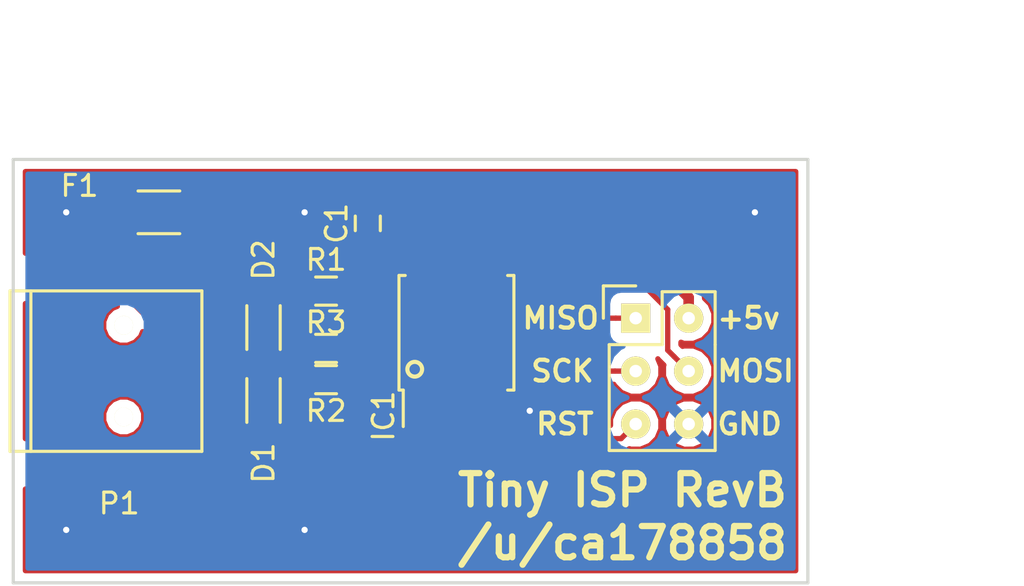
<source format=kicad_pcb>
(kicad_pcb (version 4) (host pcbnew 4.0.5)

  (general
    (links 32)
    (no_connects 17)
    (area 71.071191 33.495 124.055 61.035001)
    (thickness 1.6)
    (drawings 15)
    (tracks 74)
    (zones 0)
    (modules 16)
    (nets 13)
  )

  (page A4)
  (layers
    (0 F.Cu signal)
    (31 B.Cu signal)
    (32 B.Adhes user hide)
    (33 F.Adhes user hide)
    (34 B.Paste user hide)
    (35 F.Paste user hide)
    (36 B.SilkS user)
    (37 F.SilkS user)
    (38 B.Mask user hide)
    (39 F.Mask user hide)
    (40 Dwgs.User user)
    (41 Cmts.User user)
    (42 Eco1.User user)
    (43 Eco2.User user)
    (44 Edge.Cuts user)
    (45 Margin user hide)
    (46 B.CrtYd user hide)
    (47 F.CrtYd user)
    (48 B.Fab user hide)
    (49 F.Fab user hide)
  )

  (setup
    (last_trace_width 0.254)
    (user_trace_width 0.254)
    (user_trace_width 0.381)
    (user_trace_width 0.508)
    (user_trace_width 1.778)
    (trace_clearance 0.1778)
    (zone_clearance 0.381)
    (zone_45_only no)
    (trace_min 0.1778)
    (segment_width 0.2)
    (edge_width 0.15)
    (via_size 0.6858)
    (via_drill 0.3302)
    (via_min_size 0.6858)
    (via_min_drill 0.3302)
    (uvia_size 0.3)
    (uvia_drill 0.1)
    (uvias_allowed no)
    (uvia_min_size 0.2)
    (uvia_min_drill 0.1)
    (pcb_text_width 0.3)
    (pcb_text_size 1.5 1.5)
    (mod_edge_width 0.15)
    (mod_text_size 1 1)
    (mod_text_width 0.15)
    (pad_size 1.4 1.4)
    (pad_drill 0.6)
    (pad_to_mask_clearance 0.1016)
    (aux_axis_origin 71.755 60.96)
    (grid_origin 71.755 60.96)
    (visible_elements FFFFFF7F)
    (pcbplotparams
      (layerselection 0x010f0_80000001)
      (usegerberextensions true)
      (excludeedgelayer true)
      (linewidth 0.100000)
      (plotframeref false)
      (viasonmask false)
      (mode 1)
      (useauxorigin false)
      (hpglpennumber 1)
      (hpglpenspeed 20)
      (hpglpendiameter 15)
      (hpglpenoverlay 2)
      (psnegative false)
      (psa4output false)
      (plotreference true)
      (plotvalue true)
      (plotinvisibletext false)
      (padsonsilk false)
      (subtractmaskfromsilk true)
      (outputformat 1)
      (mirror false)
      (drillshape 0)
      (scaleselection 1)
      (outputdirectory isp-gerbers/))
  )

  (net 0 "")
  (net 1 +5V)
  (net 2 GND)
  (net 3 D+)
  (net 4 D-)
  (net 5 "Net-(F1-Pad2)")
  (net 6 RST)
  (net 7 "Net-(IC1-Pad2)")
  (net 8 "Net-(IC1-Pad3)")
  (net 9 MOSI)
  (net 10 MISO)
  (net 11 SCK)
  (net 12 "Net-(P1-Pad4)")

  (net_class Default "This is the default net class."
    (clearance 0.1778)
    (trace_width 0.1778)
    (via_dia 0.6858)
    (via_drill 0.3302)
    (uvia_dia 0.3)
    (uvia_drill 0.1)
    (add_net +5V)
    (add_net D+)
    (add_net D-)
    (add_net GND)
    (add_net MISO)
    (add_net MOSI)
    (add_net "Net-(F1-Pad2)")
    (add_net "Net-(IC1-Pad2)")
    (add_net "Net-(IC1-Pad3)")
    (add_net "Net-(P1-Pad4)")
    (add_net RST)
    (add_net SCK)
  )

  (module Keyboard:GNDVia-wRing (layer F.Cu) (tedit 585AE108) (tstamp 586D9C9C)
    (at 96.52 52.705)
    (fp_text reference REF** (at -0.8 1.1) (layer F.SilkS) hide
      (effects (font (size 1 1) (thickness 0.15)))
    )
    (fp_text value "GND Via" (at 0 -1) (layer F.Fab) hide
      (effects (font (size 1 1) (thickness 0.15)))
    )
    (pad GND thru_hole circle (at 0 0) (size 0.6 0.6) (drill 0.3) (layers *.Cu)
      (net 2 GND) (zone_connect 2))
  )

  (module Keyboard:GNDVia-wRing (layer F.Cu) (tedit 585AE108) (tstamp 586D9C7C)
    (at 85.725 43.18)
    (fp_text reference REF** (at -0.8 1.1) (layer F.SilkS) hide
      (effects (font (size 1 1) (thickness 0.15)))
    )
    (fp_text value "GND Via" (at 0 -1) (layer F.Fab) hide
      (effects (font (size 1 1) (thickness 0.15)))
    )
    (pad GND thru_hole circle (at 0 0) (size 0.6 0.6) (drill 0.3) (layers *.Cu)
      (net 2 GND) (zone_connect 2))
  )

  (module Keyboard:GNDVia-wRing (layer F.Cu) (tedit 585AE108) (tstamp 585ADEE5)
    (at 85.725 58.42)
    (fp_text reference REF** (at -0.8 1.1) (layer F.SilkS) hide
      (effects (font (size 1 1) (thickness 0.15)))
    )
    (fp_text value "GND Via" (at 0 -1) (layer F.Fab) hide
      (effects (font (size 1 1) (thickness 0.15)))
    )
    (pad GND thru_hole circle (at 0 0) (size 0.6 0.6) (drill 0.3) (layers *.Cu)
      (net 2 GND) (zone_connect 2))
  )

  (module Keyboard:GNDVia-wRing (layer F.Cu) (tedit 585AE11F) (tstamp 585ADEE1)
    (at 107.315 43.18)
    (fp_text reference REF** (at -0.8 1.1) (layer F.SilkS) hide
      (effects (font (size 1 1) (thickness 0.15)))
    )
    (fp_text value "GND Via" (at 0 -1) (layer F.Fab) hide
      (effects (font (size 1 1) (thickness 0.15)))
    )
    (pad GND thru_hole circle (at 0 0) (size 0.6 0.6) (drill 0.3) (layers *.Cu)
      (net 2 GND) (zone_connect 2))
  )

  (module Capacitors_SMD:C_1206_HandSoldering (layer F.Cu) (tedit 585AE33F) (tstamp 585AD768)
    (at 78.74 43.18 180)
    (descr "Capacitor SMD 1206, hand soldering")
    (tags "capacitor 1206")
    (path /5859EB81)
    (attr smd)
    (fp_text reference F1 (at 3.81 1.27 180) (layer F.SilkS)
      (effects (font (size 1 1) (thickness 0.15)))
    )
    (fp_text value F_Small (at 0 2.3 180) (layer F.Fab) hide
      (effects (font (size 1 1) (thickness 0.15)))
    )
    (fp_line (start -3.3 -1.15) (end 3.3 -1.15) (layer F.CrtYd) (width 0.05))
    (fp_line (start -3.3 1.15) (end 3.3 1.15) (layer F.CrtYd) (width 0.05))
    (fp_line (start -3.3 -1.15) (end -3.3 1.15) (layer F.CrtYd) (width 0.05))
    (fp_line (start 3.3 -1.15) (end 3.3 1.15) (layer F.CrtYd) (width 0.05))
    (fp_line (start 1 -1.025) (end -1 -1.025) (layer F.SilkS) (width 0.15))
    (fp_line (start -1 1.025) (end 1 1.025) (layer F.SilkS) (width 0.15))
    (pad 1 smd rect (at -2 0 180) (size 2 1.6) (layers F.Cu F.Paste F.Mask)
      (net 1 +5V))
    (pad 2 smd rect (at 2 0 180) (size 2 1.6) (layers F.Cu F.Paste F.Mask)
      (net 5 "Net-(F1-Pad2)"))
    (model Capacitors_SMD.3dshapes/C_1206_HandSoldering.wrl
      (at (xyz 0 0 0))
      (scale (xyz 1 1 1))
      (rotate (xyz 0 0 0))
    )
  )

  (module Connect:USB_Mini-B (layer F.Cu) (tedit 585AE32C) (tstamp 585AD783)
    (at 76.2 50.8)
    (descr "USB Mini-B 5-pin SMD connector")
    (tags "USB USB_B USB_Mini connector")
    (path /5859E8A3)
    (attr smd)
    (fp_text reference P1 (at 0.635 6.35) (layer F.SilkS)
      (effects (font (size 1 1) (thickness 0.15)))
    )
    (fp_text value USB_OTG (at 0 -7.0993) (layer F.Fab) hide
      (effects (font (size 1 1) (thickness 0.15)))
    )
    (fp_line (start -4.85 -5.7) (end 4.85 -5.7) (layer F.CrtYd) (width 0.05))
    (fp_line (start 4.85 -5.7) (end 4.85 5.7) (layer F.CrtYd) (width 0.05))
    (fp_line (start 4.85 5.7) (end -4.85 5.7) (layer F.CrtYd) (width 0.05))
    (fp_line (start -4.85 5.7) (end -4.85 -5.7) (layer F.CrtYd) (width 0.05))
    (fp_line (start -3.59918 -3.85064) (end -3.59918 3.85064) (layer F.SilkS) (width 0.15))
    (fp_line (start -4.59994 -3.85064) (end -4.59994 3.85064) (layer F.SilkS) (width 0.15))
    (fp_line (start -4.59994 3.85064) (end 4.59994 3.85064) (layer F.SilkS) (width 0.15))
    (fp_line (start 4.59994 3.85064) (end 4.59994 -3.85064) (layer F.SilkS) (width 0.15))
    (fp_line (start 4.59994 -3.85064) (end -4.59994 -3.85064) (layer F.SilkS) (width 0.15))
    (pad 1 smd rect (at 3.44932 -1.6002) (size 2.30124 0.50038) (layers F.Cu F.Paste F.Mask)
      (net 5 "Net-(F1-Pad2)"))
    (pad 2 smd rect (at 3.44932 -0.8001) (size 2.30124 0.50038) (layers F.Cu F.Paste F.Mask)
      (net 4 D-))
    (pad 3 smd rect (at 3.44932 0) (size 2.30124 0.50038) (layers F.Cu F.Paste F.Mask)
      (net 3 D+))
    (pad 4 smd rect (at 3.44932 0.8001) (size 2.30124 0.50038) (layers F.Cu F.Paste F.Mask)
      (net 12 "Net-(P1-Pad4)"))
    (pad 5 smd rect (at 3.44932 1.6002) (size 2.30124 0.50038) (layers F.Cu F.Paste F.Mask)
      (net 2 GND))
    (pad 6 smd rect (at 3.35026 -4.45008) (size 2.49936 1.99898) (layers F.Cu F.Paste F.Mask)
      (net 2 GND))
    (pad 6 smd rect (at -2.14884 -4.45008) (size 2.49936 1.99898) (layers F.Cu F.Paste F.Mask)
      (net 2 GND))
    (pad 6 smd rect (at 3.35026 4.45008) (size 2.49936 1.99898) (layers F.Cu F.Paste F.Mask)
      (net 2 GND))
    (pad 6 smd rect (at -2.14884 4.45008) (size 2.49936 1.99898) (layers F.Cu F.Paste F.Mask)
      (net 2 GND))
    (pad "" np_thru_hole circle (at 0.8509 -2.19964) (size 0.89916 0.89916) (drill 0.89916) (layers *.Cu *.Mask F.SilkS))
    (pad "" np_thru_hole circle (at 0.8509 2.19964) (size 0.89916 0.89916) (drill 0.89916) (layers *.Cu *.Mask F.SilkS))
  )

  (module Keyboard:GNDVia-wRing (layer F.Cu) (tedit 585AE0FB) (tstamp 585ADED8)
    (at 74.295 43.18)
    (fp_text reference REF** (at -0.8 1.1) (layer F.SilkS) hide
      (effects (font (size 1 1) (thickness 0.15)))
    )
    (fp_text value "GND Via" (at 0 -1) (layer F.Fab) hide
      (effects (font (size 1 1) (thickness 0.15)))
    )
    (pad GND thru_hole circle (at 0 0) (size 0.6 0.6) (drill 0.3) (layers *.Cu)
      (net 2 GND) (zone_connect 2))
  )

  (module Keyboard:GNDVia-wRing (layer F.Cu) (tedit 585AE101) (tstamp 585ADED9)
    (at 74.295 58.42)
    (fp_text reference REF** (at -0.8 1.1) (layer F.SilkS) hide
      (effects (font (size 1 1) (thickness 0.15)))
    )
    (fp_text value "GND Via" (at 0 -1) (layer F.Fab) hide
      (effects (font (size 1 1) (thickness 0.15)))
    )
    (pad GND thru_hole circle (at 0 0) (size 0.6 0.6) (drill 0.3) (layers *.Cu)
      (net 2 GND) (zone_connect 2))
  )

  (module Pin_Headers:Pin_Header_Straight_2x03 (layer F.Cu) (tedit 585AF9C8) (tstamp 585AD78D)
    (at 101.6 48.26)
    (descr "Through hole pin header")
    (tags "pin header")
    (path /5859F792)
    (fp_text reference P2 (at 0 -5.1) (layer F.SilkS) hide
      (effects (font (size 1 1) (thickness 0.15)))
    )
    (fp_text value CONN_02X03 (at 0 -3.1) (layer F.Fab) hide
      (effects (font (size 1 1) (thickness 0.15)))
    )
    (fp_line (start -1.27 1.27) (end -1.27 6.35) (layer F.SilkS) (width 0.15))
    (fp_line (start -1.55 -1.55) (end 0 -1.55) (layer F.SilkS) (width 0.15))
    (fp_line (start -1.75 -1.75) (end -1.75 6.85) (layer F.CrtYd) (width 0.05))
    (fp_line (start 4.3 -1.75) (end 4.3 6.85) (layer F.CrtYd) (width 0.05))
    (fp_line (start -1.75 -1.75) (end 4.3 -1.75) (layer F.CrtYd) (width 0.05))
    (fp_line (start -1.75 6.85) (end 4.3 6.85) (layer F.CrtYd) (width 0.05))
    (fp_line (start 1.27 -1.27) (end 1.27 1.27) (layer F.SilkS) (width 0.15))
    (fp_line (start 1.27 1.27) (end -1.27 1.27) (layer F.SilkS) (width 0.15))
    (fp_line (start -1.27 6.35) (end 3.81 6.35) (layer F.SilkS) (width 0.15))
    (fp_line (start 3.81 6.35) (end 3.81 1.27) (layer F.SilkS) (width 0.15))
    (fp_line (start -1.55 -1.55) (end -1.55 0) (layer F.SilkS) (width 0.15))
    (fp_line (start 3.81 -1.27) (end 1.27 -1.27) (layer F.SilkS) (width 0.15))
    (fp_line (start 3.81 1.27) (end 3.81 -1.27) (layer F.SilkS) (width 0.15))
    (pad 1 thru_hole rect (at 0 0) (size 1.4 1.4) (drill 0.6) (layers *.Cu *.Mask F.SilkS)
      (net 10 MISO))
    (pad 2 thru_hole circle (at 2.54 0) (size 1.4 1.4) (drill 0.6) (layers *.Cu *.Mask F.SilkS)
      (net 1 +5V))
    (pad 3 thru_hole circle (at 0 2.54) (size 1.4 1.4) (drill 0.6) (layers *.Cu *.Mask F.SilkS)
      (net 11 SCK))
    (pad 4 thru_hole circle (at 2.54 2.54) (size 1.4 1.4) (drill 0.6) (layers *.Cu *.Mask F.SilkS)
      (net 9 MOSI))
    (pad 5 thru_hole circle (at 0 5.08) (size 1.4 1.4) (drill 0.6) (layers *.Cu *.Mask F.SilkS)
      (net 6 RST))
    (pad 6 thru_hole circle (at 2.54 5.08) (size 1.4 1.4) (drill 0.6) (layers *.Cu *.Mask F.SilkS)
      (net 2 GND))
    (model Pin_Headers.3dshapes/Pin_Header_Straight_2x03.wrl
      (at (xyz 0.05 -0.1 0))
      (scale (xyz 1 1 1))
      (rotate (xyz 0 0 90))
    )
  )

  (module Housings_SOIC:SOIJ-8_5.3x5.3mm_Pitch1.27mm (layer F.Cu) (tedit 54130A77) (tstamp 585AD774)
    (at 93.005 48.96 90)
    (descr "8-Lead Plastic Small Outline (SM) - Medium, 5.28 mm Body [SOIC] (see Microchip Packaging Specification 00000049BS.pdf)")
    (tags "SOIC 1.27")
    (path /5859E950)
    (attr smd)
    (fp_text reference IC1 (at -4 -3.5 90) (layer F.SilkS)
      (effects (font (size 1 1) (thickness 0.15)))
    )
    (fp_text value ATTINY45-S (at 0 3.68 90) (layer F.Fab)
      (effects (font (size 1 1) (thickness 0.15)))
    )
    (fp_line (start -1.65 -2.65) (end 2.65 -2.65) (layer F.Fab) (width 0.15))
    (fp_line (start 2.65 -2.65) (end 2.65 2.65) (layer F.Fab) (width 0.15))
    (fp_line (start 2.65 2.65) (end -2.65 2.65) (layer F.Fab) (width 0.15))
    (fp_line (start -2.65 2.65) (end -2.65 -1.65) (layer F.Fab) (width 0.15))
    (fp_line (start -2.65 -1.65) (end -1.65 -2.65) (layer F.Fab) (width 0.15))
    (fp_line (start -4.75 -2.95) (end -4.75 2.95) (layer F.CrtYd) (width 0.05))
    (fp_line (start 4.75 -2.95) (end 4.75 2.95) (layer F.CrtYd) (width 0.05))
    (fp_line (start -4.75 -2.95) (end 4.75 -2.95) (layer F.CrtYd) (width 0.05))
    (fp_line (start -4.75 2.95) (end 4.75 2.95) (layer F.CrtYd) (width 0.05))
    (fp_line (start -2.75 -2.755) (end -2.75 -2.55) (layer F.SilkS) (width 0.15))
    (fp_line (start 2.75 -2.755) (end 2.75 -2.455) (layer F.SilkS) (width 0.15))
    (fp_line (start 2.75 2.755) (end 2.75 2.455) (layer F.SilkS) (width 0.15))
    (fp_line (start -2.75 2.755) (end -2.75 2.455) (layer F.SilkS) (width 0.15))
    (fp_line (start -2.75 -2.755) (end 2.75 -2.755) (layer F.SilkS) (width 0.15))
    (fp_line (start -2.75 2.755) (end 2.75 2.755) (layer F.SilkS) (width 0.15))
    (fp_line (start -2.75 -2.55) (end -4.5 -2.55) (layer F.SilkS) (width 0.15))
    (pad 1 smd rect (at -3.65 -1.905 90) (size 1.7 0.65) (layers F.Cu F.Paste F.Mask)
      (net 6 RST))
    (pad 2 smd rect (at -3.65 -0.635 90) (size 1.7 0.65) (layers F.Cu F.Paste F.Mask)
      (net 7 "Net-(IC1-Pad2)"))
    (pad 3 smd rect (at -3.65 0.635 90) (size 1.7 0.65) (layers F.Cu F.Paste F.Mask)
      (net 8 "Net-(IC1-Pad3)"))
    (pad 4 smd rect (at -3.65 1.905 90) (size 1.7 0.65) (layers F.Cu F.Paste F.Mask)
      (net 2 GND))
    (pad 5 smd rect (at 3.65 1.905 90) (size 1.7 0.65) (layers F.Cu F.Paste F.Mask)
      (net 9 MOSI))
    (pad 6 smd rect (at 3.65 0.635 90) (size 1.7 0.65) (layers F.Cu F.Paste F.Mask)
      (net 10 MISO))
    (pad 7 smd rect (at 3.65 -0.635 90) (size 1.7 0.65) (layers F.Cu F.Paste F.Mask)
      (net 11 SCK))
    (pad 8 smd rect (at 3.65 -1.905 90) (size 1.7 0.65) (layers F.Cu F.Paste F.Mask)
      (net 1 +5V))
    (model Housings_SOIC.3dshapes/SOIJ-8_5.3x5.3mm_Pitch1.27mm.wrl
      (at (xyz 0 0 0))
      (scale (xyz 1 1 1))
      (rotate (xyz 0 0 0))
    )
  )

  (module Diodes_SMD:SOD-323_HandSoldering (layer F.Cu) (tedit 57A875DC) (tstamp 585AD762)
    (at 83.755 48.46 90)
    (descr SOD-323)
    (tags SOD-323)
    (path /5859EA63)
    (attr smd)
    (fp_text reference D2 (at 3 0 90) (layer F.SilkS)
      (effects (font (size 1 1) (thickness 0.15)))
    )
    (fp_text value 3.6v (at 0 -1.5 90) (layer F.Fab)
      (effects (font (size 1 1) (thickness 0.15)))
    )
    (fp_line (start 0.2 0) (end 0.45 0) (layer F.Fab) (width 0.15))
    (fp_line (start 0.2 0.35) (end -0.3 0) (layer F.Fab) (width 0.15))
    (fp_line (start 0.2 -0.35) (end 0.2 0.35) (layer F.Fab) (width 0.15))
    (fp_line (start -0.3 0) (end 0.2 -0.35) (layer F.Fab) (width 0.15))
    (fp_line (start -0.3 0) (end -0.5 0) (layer F.Fab) (width 0.15))
    (fp_line (start -0.3 -0.35) (end -0.3 0.35) (layer F.Fab) (width 0.15))
    (fp_line (start -0.85 0.65) (end -0.85 -0.65) (layer F.Fab) (width 0.15))
    (fp_line (start 0.85 0.65) (end -0.85 0.65) (layer F.Fab) (width 0.15))
    (fp_line (start 0.85 -0.65) (end 0.85 0.65) (layer F.Fab) (width 0.15))
    (fp_line (start -0.85 -0.65) (end 0.85 -0.65) (layer F.Fab) (width 0.15))
    (fp_line (start -1.9 -0.95) (end 1.9 -0.95) (layer F.CrtYd) (width 0.05))
    (fp_line (start 1.9 -0.95) (end 1.9 0.95) (layer F.CrtYd) (width 0.05))
    (fp_line (start -1.9 0.95) (end 1.9 0.95) (layer F.CrtYd) (width 0.05))
    (fp_line (start -1.9 -0.95) (end -1.9 0.95) (layer F.CrtYd) (width 0.05))
    (fp_line (start -1.3 0.8) (end 0.8 0.8) (layer F.SilkS) (width 0.15))
    (fp_line (start -1.3 -0.8) (end 0.8 -0.8) (layer F.SilkS) (width 0.15))
    (pad 1 smd rect (at -1.25 0 90) (size 1 1) (layers F.Cu F.Paste F.Mask)
      (net 4 D-))
    (pad 2 smd rect (at 1.25 0 90) (size 1 1) (layers F.Cu F.Paste F.Mask)
      (net 2 GND))
    (model Diodes_SMD.3dshapes/SOD-323.wrl
      (at (xyz 0 0 0))
      (scale (xyz 1 1 1))
      (rotate (xyz 0 0 180))
    )
  )

  (module Diodes_SMD:SOD-323_HandSoldering (layer F.Cu) (tedit 57A875DC) (tstamp 585AD75C)
    (at 83.755 52.46 270)
    (descr SOD-323)
    (tags SOD-323)
    (path /5859EA33)
    (attr smd)
    (fp_text reference D1 (at 2.75 0 270) (layer F.SilkS)
      (effects (font (size 1 1) (thickness 0.15)))
    )
    (fp_text value 3.6v (at 0.1 1.5 270) (layer F.Fab)
      (effects (font (size 1 1) (thickness 0.15)))
    )
    (fp_line (start 0.2 0) (end 0.45 0) (layer F.Fab) (width 0.15))
    (fp_line (start 0.2 0.35) (end -0.3 0) (layer F.Fab) (width 0.15))
    (fp_line (start 0.2 -0.35) (end 0.2 0.35) (layer F.Fab) (width 0.15))
    (fp_line (start -0.3 0) (end 0.2 -0.35) (layer F.Fab) (width 0.15))
    (fp_line (start -0.3 0) (end -0.5 0) (layer F.Fab) (width 0.15))
    (fp_line (start -0.3 -0.35) (end -0.3 0.35) (layer F.Fab) (width 0.15))
    (fp_line (start -0.85 0.65) (end -0.85 -0.65) (layer F.Fab) (width 0.15))
    (fp_line (start 0.85 0.65) (end -0.85 0.65) (layer F.Fab) (width 0.15))
    (fp_line (start 0.85 -0.65) (end 0.85 0.65) (layer F.Fab) (width 0.15))
    (fp_line (start -0.85 -0.65) (end 0.85 -0.65) (layer F.Fab) (width 0.15))
    (fp_line (start -1.9 -0.95) (end 1.9 -0.95) (layer F.CrtYd) (width 0.05))
    (fp_line (start 1.9 -0.95) (end 1.9 0.95) (layer F.CrtYd) (width 0.05))
    (fp_line (start -1.9 0.95) (end 1.9 0.95) (layer F.CrtYd) (width 0.05))
    (fp_line (start -1.9 -0.95) (end -1.9 0.95) (layer F.CrtYd) (width 0.05))
    (fp_line (start -1.3 0.8) (end 0.8 0.8) (layer F.SilkS) (width 0.15))
    (fp_line (start -1.3 -0.8) (end 0.8 -0.8) (layer F.SilkS) (width 0.15))
    (pad 1 smd rect (at -1.25 0 270) (size 1 1) (layers F.Cu F.Paste F.Mask)
      (net 3 D+))
    (pad 2 smd rect (at 1.25 0 270) (size 1 1) (layers F.Cu F.Paste F.Mask)
      (net 2 GND))
    (model Diodes_SMD.3dshapes/SOD-323.wrl
      (at (xyz 0 0 0))
      (scale (xyz 1 1 1))
      (rotate (xyz 0 0 180))
    )
  )

  (module Resistors_SMD:R_0603_HandSoldering (layer F.Cu) (tedit 58307AEF) (tstamp 585AD79F)
    (at 86.755 49.71 180)
    (descr "Resistor SMD 0603, hand soldering")
    (tags "resistor 0603")
    (path /5859EAF2)
    (attr smd)
    (fp_text reference R3 (at 0 1.25 180) (layer F.SilkS)
      (effects (font (size 1 1) (thickness 0.15)))
    )
    (fp_text value 68Ω (at 0 1 180) (layer F.Fab)
      (effects (font (size 1 1) (thickness 0.15)))
    )
    (fp_line (start -0.8 0.4) (end -0.8 -0.4) (layer F.Fab) (width 0.1))
    (fp_line (start 0.8 0.4) (end -0.8 0.4) (layer F.Fab) (width 0.1))
    (fp_line (start 0.8 -0.4) (end 0.8 0.4) (layer F.Fab) (width 0.1))
    (fp_line (start -0.8 -0.4) (end 0.8 -0.4) (layer F.Fab) (width 0.1))
    (fp_line (start -2 -0.8) (end 2 -0.8) (layer F.CrtYd) (width 0.05))
    (fp_line (start -2 0.8) (end 2 0.8) (layer F.CrtYd) (width 0.05))
    (fp_line (start -2 -0.8) (end -2 0.8) (layer F.CrtYd) (width 0.05))
    (fp_line (start 2 -0.8) (end 2 0.8) (layer F.CrtYd) (width 0.05))
    (fp_line (start 0.5 0.675) (end -0.5 0.675) (layer F.SilkS) (width 0.15))
    (fp_line (start -0.5 -0.675) (end 0.5 -0.675) (layer F.SilkS) (width 0.15))
    (pad 1 smd rect (at -1.1 0 180) (size 1.2 0.9) (layers F.Cu F.Paste F.Mask)
      (net 8 "Net-(IC1-Pad3)"))
    (pad 2 smd rect (at 1.1 0 180) (size 1.2 0.9) (layers F.Cu F.Paste F.Mask)
      (net 4 D-))
    (model Resistors_SMD.3dshapes/R_0603_HandSoldering.wrl
      (at (xyz 0 0 0))
      (scale (xyz 1 1 1))
      (rotate (xyz 0 0 0))
    )
  )

  (module Resistors_SMD:R_0603_HandSoldering (layer F.Cu) (tedit 58307AEF) (tstamp 585AD799)
    (at 86.755 51.21 180)
    (descr "Resistor SMD 0603, hand soldering")
    (tags "resistor 0603")
    (path /5859EAB6)
    (attr smd)
    (fp_text reference R2 (at 0 -1.5 180) (layer F.SilkS)
      (effects (font (size 1 1) (thickness 0.15)))
    )
    (fp_text value 68Ω (at 0 -1.25 180) (layer F.Fab)
      (effects (font (size 1 1) (thickness 0.15)))
    )
    (fp_line (start -0.8 0.4) (end -0.8 -0.4) (layer F.Fab) (width 0.1))
    (fp_line (start 0.8 0.4) (end -0.8 0.4) (layer F.Fab) (width 0.1))
    (fp_line (start 0.8 -0.4) (end 0.8 0.4) (layer F.Fab) (width 0.1))
    (fp_line (start -0.8 -0.4) (end 0.8 -0.4) (layer F.Fab) (width 0.1))
    (fp_line (start -2 -0.8) (end 2 -0.8) (layer F.CrtYd) (width 0.05))
    (fp_line (start -2 0.8) (end 2 0.8) (layer F.CrtYd) (width 0.05))
    (fp_line (start -2 -0.8) (end -2 0.8) (layer F.CrtYd) (width 0.05))
    (fp_line (start 2 -0.8) (end 2 0.8) (layer F.CrtYd) (width 0.05))
    (fp_line (start 0.5 0.675) (end -0.5 0.675) (layer F.SilkS) (width 0.15))
    (fp_line (start -0.5 -0.675) (end 0.5 -0.675) (layer F.SilkS) (width 0.15))
    (pad 1 smd rect (at -1.1 0 180) (size 1.2 0.9) (layers F.Cu F.Paste F.Mask)
      (net 7 "Net-(IC1-Pad2)"))
    (pad 2 smd rect (at 1.1 0 180) (size 1.2 0.9) (layers F.Cu F.Paste F.Mask)
      (net 3 D+))
    (model Resistors_SMD.3dshapes/R_0603_HandSoldering.wrl
      (at (xyz 0 0 0))
      (scale (xyz 1 1 1))
      (rotate (xyz 0 0 0))
    )
  )

  (module Resistors_SMD:R_0603_HandSoldering (layer F.Cu) (tedit 58307AEF) (tstamp 585AD793)
    (at 86.755 46.96 180)
    (descr "Resistor SMD 0603, hand soldering")
    (tags "resistor 0603")
    (path /5859EA8C)
    (attr smd)
    (fp_text reference R1 (at 0 1.5 180) (layer F.SilkS)
      (effects (font (size 1 1) (thickness 0.15)))
    )
    (fp_text value 1.7kΩ (at 0 1 180) (layer F.Fab)
      (effects (font (size 1 1) (thickness 0.15)))
    )
    (fp_line (start -0.8 0.4) (end -0.8 -0.4) (layer F.Fab) (width 0.1))
    (fp_line (start 0.8 0.4) (end -0.8 0.4) (layer F.Fab) (width 0.1))
    (fp_line (start 0.8 -0.4) (end 0.8 0.4) (layer F.Fab) (width 0.1))
    (fp_line (start -0.8 -0.4) (end 0.8 -0.4) (layer F.Fab) (width 0.1))
    (fp_line (start -2 -0.8) (end 2 -0.8) (layer F.CrtYd) (width 0.05))
    (fp_line (start -2 0.8) (end 2 0.8) (layer F.CrtYd) (width 0.05))
    (fp_line (start -2 -0.8) (end -2 0.8) (layer F.CrtYd) (width 0.05))
    (fp_line (start 2 -0.8) (end 2 0.8) (layer F.CrtYd) (width 0.05))
    (fp_line (start 0.5 0.675) (end -0.5 0.675) (layer F.SilkS) (width 0.15))
    (fp_line (start -0.5 -0.675) (end 0.5 -0.675) (layer F.SilkS) (width 0.15))
    (pad 1 smd rect (at -1.1 0 180) (size 1.2 0.9) (layers F.Cu F.Paste F.Mask)
      (net 1 +5V))
    (pad 2 smd rect (at 1.1 0 180) (size 1.2 0.9) (layers F.Cu F.Paste F.Mask)
      (net 4 D-))
    (model Resistors_SMD.3dshapes/R_0603_HandSoldering.wrl
      (at (xyz 0 0 0))
      (scale (xyz 1 1 1))
      (rotate (xyz 0 0 0))
    )
  )

  (module Capacitors_SMD:C_0603_HandSoldering (layer F.Cu) (tedit 541A9B4D) (tstamp 585AD756)
    (at 88.755 43.71 90)
    (descr "Capacitor SMD 0603, hand soldering")
    (tags "capacitor 0603")
    (path /5859EB3F)
    (attr smd)
    (fp_text reference C1 (at 0 -1.5 90) (layer F.SilkS)
      (effects (font (size 1 1) (thickness 0.15)))
    )
    (fp_text value 0.1µF (at 0 1 90) (layer F.Fab)
      (effects (font (size 1 1) (thickness 0.15)))
    )
    (fp_line (start -0.8 0.4) (end -0.8 -0.4) (layer F.Fab) (width 0.15))
    (fp_line (start 0.8 0.4) (end -0.8 0.4) (layer F.Fab) (width 0.15))
    (fp_line (start 0.8 -0.4) (end 0.8 0.4) (layer F.Fab) (width 0.15))
    (fp_line (start -0.8 -0.4) (end 0.8 -0.4) (layer F.Fab) (width 0.15))
    (fp_line (start -1.85 -0.75) (end 1.85 -0.75) (layer F.CrtYd) (width 0.05))
    (fp_line (start -1.85 0.75) (end 1.85 0.75) (layer F.CrtYd) (width 0.05))
    (fp_line (start -1.85 -0.75) (end -1.85 0.75) (layer F.CrtYd) (width 0.05))
    (fp_line (start 1.85 -0.75) (end 1.85 0.75) (layer F.CrtYd) (width 0.05))
    (fp_line (start -0.35 -0.6) (end 0.35 -0.6) (layer F.SilkS) (width 0.15))
    (fp_line (start 0.35 0.6) (end -0.35 0.6) (layer F.SilkS) (width 0.15))
    (pad 1 smd rect (at -0.95 0 90) (size 1.2 0.75) (layers F.Cu F.Paste F.Mask)
      (net 1 +5V))
    (pad 2 smd rect (at 0.95 0 90) (size 1.2 0.75) (layers F.Cu F.Paste F.Mask)
      (net 2 GND))
    (model Capacitors_SMD.3dshapes/C_0603_HandSoldering.wrl
      (at (xyz 0 0 0))
      (scale (xyz 1 1 1))
      (rotate (xyz 0 0 0))
    )
  )

  (gr_circle (center 91.005 50.71) (end 91.255 50.96) (layer F.SilkS) (width 0.2))
  (gr_text "Tiny ISP RevB" (at 100.965 56.515) (layer F.SilkS)
    (effects (font (size 1.5 1.5) (thickness 0.3)))
  )
  (dimension 20.32 (width 0.3) (layer Eco2.User)
    (gr_text "20.320 mm" (at 117.555 50.8 270) (layer Eco2.User)
      (effects (font (size 1.5 1.5) (thickness 0.3)))
    )
    (feature1 (pts (xy 113.03 60.96) (xy 118.905 60.96)))
    (feature2 (pts (xy 113.03 40.64) (xy 118.905 40.64)))
    (crossbar (pts (xy 116.205 40.64) (xy 116.205 60.96)))
    (arrow1a (pts (xy 116.205 60.96) (xy 115.618579 59.833496)))
    (arrow1b (pts (xy 116.205 60.96) (xy 116.791421 59.833496)))
    (arrow2a (pts (xy 116.205 40.64) (xy 115.618579 41.766504)))
    (arrow2b (pts (xy 116.205 40.64) (xy 116.791421 41.766504)))
  )
  (gr_text /u/ca178858 (at 100.965 59.055) (layer F.SilkS)
    (effects (font (size 1.5 1.5) (thickness 0.3)))
  )
  (gr_text MOSI (at 105.41 50.8) (layer F.SilkS)
    (effects (font (size 1 1) (thickness 0.2)) (justify left))
  )
  (gr_text GND (at 105.41 53.34) (layer F.SilkS)
    (effects (font (size 1 1) (thickness 0.2)) (justify left))
  )
  (gr_text RST (at 99.695 53.34) (layer F.SilkS)
    (effects (font (size 1 1) (thickness 0.2)) (justify right))
  )
  (gr_text SCK (at 99.695 50.8) (layer F.SilkS)
    (effects (font (size 1 1) (thickness 0.2)) (justify right))
  )
  (gr_text +5v (at 105.41 48.26) (layer F.SilkS)
    (effects (font (size 1 1) (thickness 0.2)) (justify left))
  )
  (gr_text MISO (at 98.005 48.26 360) (layer F.SilkS)
    (effects (font (size 1 1) (thickness 0.2)))
  )
  (gr_line (start 109.855 40.64) (end 71.755 40.64) (layer Edge.Cuts) (width 0.15))
  (gr_line (start 109.855 60.96) (end 109.855 40.64) (layer Edge.Cuts) (width 0.15))
  (gr_line (start 71.755 60.96) (end 109.855 60.96) (layer Edge.Cuts) (width 0.15))
  (gr_line (start 71.755 40.64) (end 71.755 60.96) (layer Edge.Cuts) (width 0.15))
  (dimension 38.1 (width 0.3) (layer Eco2.User)
    (gr_text "38.100 mm" (at 90.805 34.845) (layer Eco2.User)
      (effects (font (size 1.5 1.5) (thickness 0.3)))
    )
    (feature1 (pts (xy 71.755 40.64) (xy 71.755 33.495)))
    (feature2 (pts (xy 109.855 40.64) (xy 109.855 33.495)))
    (crossbar (pts (xy 109.855 36.195) (xy 71.755 36.195)))
    (arrow1a (pts (xy 71.755 36.195) (xy 72.881504 35.608579)))
    (arrow1b (pts (xy 71.755 36.195) (xy 72.881504 36.781421)))
    (arrow2a (pts (xy 109.855 36.195) (xy 108.728496 35.608579)))
    (arrow2b (pts (xy 109.855 36.195) (xy 108.728496 36.781421)))
  )

  (segment (start 83.778 44.71) (end 87.755 44.71) (width 0.508) (layer F.Cu) (net 1))
  (segment (start 87.755 44.71) (end 88.705 44.71) (width 0.508) (layer F.Cu) (net 1))
  (segment (start 87.855 46.96) (end 87.855 44.81) (width 0.508) (layer F.Cu) (net 1))
  (segment (start 87.855 44.81) (end 87.755 44.71) (width 0.508) (layer F.Cu) (net 1))
  (segment (start 91.1 45.31) (end 91.1 44.785) (width 0.508) (layer F.Cu) (net 1))
  (segment (start 91.1 44.785) (end 91.856801 44.028199) (width 0.508) (layer F.Cu) (net 1))
  (segment (start 91.856801 44.028199) (end 100.898148 44.028199) (width 0.508) (layer F.Cu) (net 1))
  (segment (start 100.898148 44.028199) (end 104.14 47.270051) (width 0.508) (layer F.Cu) (net 1))
  (segment (start 104.14 47.270051) (end 104.14 48.26) (width 0.508) (layer F.Cu) (net 1))
  (segment (start 88.755 44.66) (end 90.45 44.66) (width 0.508) (layer F.Cu) (net 1))
  (segment (start 90.45 44.66) (end 91.1 45.31) (width 0.508) (layer F.Cu) (net 1))
  (segment (start 80.74 43.18) (end 82.248 43.18) (width 0.508) (layer F.Cu) (net 1))
  (segment (start 82.248 43.18) (end 83.778 44.71) (width 0.508) (layer F.Cu) (net 1))
  (segment (start 88.705 44.71) (end 88.755 44.66) (width 0.508) (layer F.Cu) (net 1))
  (segment (start 83.755 47.21) (end 83.755 46.072565) (width 0.254) (layer F.Cu) (net 2))
  (segment (start 83.755 46.072565) (end 84.107565 45.72) (width 0.254) (layer F.Cu) (net 2))
  (segment (start 84.107565 45.72) (end 86.741 45.72) (width 0.254) (layer F.Cu) (net 2))
  (segment (start 86.741 45.72) (end 86.741 46.475358) (width 0.254) (layer F.Cu) (net 2))
  (segment (start 86.741 46.475358) (end 86.741 48.26) (width 0.254) (layer F.Cu) (net 2))
  (segment (start 79.64932 52.4002) (end 79.64932 55.15102) (width 0.254) (layer F.Cu) (net 2))
  (segment (start 79.64932 55.15102) (end 79.55026 55.25008) (width 0.254) (layer F.Cu) (net 2))
  (segment (start 79.64932 50.8) (end 79.773187 50.676133) (width 0.1778) (layer F.Cu) (net 3))
  (segment (start 83.243497 50.582054) (end 83.755 51.093557) (width 0.1778) (layer F.Cu) (net 3))
  (segment (start 83.755 51.093557) (end 83.755 51.21) (width 0.1778) (layer F.Cu) (net 3))
  (segment (start 79.773187 50.676133) (end 80.790693 50.676133) (width 0.1778) (layer F.Cu) (net 3))
  (segment (start 80.790693 50.676133) (end 80.884772 50.582054) (width 0.1778) (layer F.Cu) (net 3))
  (segment (start 80.884772 50.582054) (end 83.243497 50.582054) (width 0.1778) (layer F.Cu) (net 3))
  (segment (start 83.755 51.21) (end 83.755 51.094124) (width 0.1778) (layer F.Cu) (net 3))
  (segment (start 83.755 51.094124) (end 84.200916 50.648208) (width 0.1778) (layer F.Cu) (net 3))
  (segment (start 84.200916 50.648208) (end 85.067634 50.648208) (width 0.1778) (layer F.Cu) (net 3))
  (segment (start 85.067634 50.648208) (end 85.629426 51.21) (width 0.1778) (layer F.Cu) (net 3))
  (segment (start 85.629426 51.21) (end 85.655 51.21) (width 0.1778) (layer F.Cu) (net 3))
  (segment (start 85.655 49.71) (end 85.655 46.96) (width 0.1778) (layer F.Cu) (net 4))
  (segment (start 79.64932 49.9999) (end 80.665096 49.9999) (width 0.1778) (layer F.Cu) (net 4))
  (segment (start 80.665096 49.9999) (end 80.87262 50.207424) (width 0.1778) (layer F.Cu) (net 4))
  (segment (start 80.87262 50.207424) (end 83.367343 50.207424) (width 0.1778) (layer F.Cu) (net 4))
  (segment (start 83.367343 50.207424) (end 83.755 49.819767) (width 0.1778) (layer F.Cu) (net 4))
  (segment (start 83.755 49.819767) (end 83.755 49.71) (width 0.1778) (layer F.Cu) (net 4))
  (segment (start 83.755 49.71) (end 83.755 49.810763) (width 0.1778) (layer F.Cu) (net 4))
  (segment (start 83.755 49.810763) (end 84.23438 50.290143) (width 0.1778) (layer F.Cu) (net 4))
  (segment (start 85.631045 49.71) (end 85.655 49.71) (width 0.1778) (layer F.Cu) (net 4))
  (segment (start 84.23438 50.290143) (end 85.050902 50.290143) (width 0.1778) (layer F.Cu) (net 4))
  (segment (start 85.050902 50.290143) (end 85.631045 49.71) (width 0.1778) (layer F.Cu) (net 4))
  (segment (start 79.64932 49.1998) (end 79.333768 49.1998) (width 0.508) (layer F.Cu) (net 5))
  (segment (start 79.333768 49.1998) (end 76.74 46.606032) (width 0.508) (layer F.Cu) (net 5))
  (segment (start 76.74 46.606032) (end 76.74 44.488) (width 0.508) (layer F.Cu) (net 5))
  (segment (start 76.74 44.488) (end 76.74 43.18) (width 0.508) (layer F.Cu) (net 5))
  (segment (start 91.1 52.61) (end 91.1 53.135) (width 0.254) (layer F.Cu) (net 6))
  (segment (start 91.1 53.135) (end 92.004999 54.039999) (width 0.254) (layer F.Cu) (net 6))
  (segment (start 92.004999 54.039999) (end 100.900001 54.039999) (width 0.254) (layer F.Cu) (net 6))
  (segment (start 100.900001 54.039999) (end 101.6 53.34) (width 0.254) (layer F.Cu) (net 6))
  (segment (start 87.855 51.21) (end 87.89202 51.21) (width 0.1778) (layer F.Cu) (net 7))
  (segment (start 91.563523 50.642045) (end 92.37 51.448522) (width 0.1778) (layer F.Cu) (net 7))
  (segment (start 87.89202 51.21) (end 88.459975 50.642045) (width 0.1778) (layer F.Cu) (net 7))
  (segment (start 88.459975 50.642045) (end 91.563523 50.642045) (width 0.1778) (layer F.Cu) (net 7))
  (segment (start 92.37 51.448522) (end 92.37 52.61) (width 0.1778) (layer F.Cu) (net 7))
  (segment (start 87.855 49.71) (end 87.916747 49.71) (width 0.1778) (layer F.Cu) (net 8))
  (segment (start 87.916747 49.71) (end 88.492767 50.28602) (width 0.1778) (layer F.Cu) (net 8))
  (segment (start 88.492767 50.28602) (end 91.727481 50.28602) (width 0.1778) (layer F.Cu) (net 8))
  (segment (start 91.727481 50.28602) (end 93.64 52.198539) (width 0.1778) (layer F.Cu) (net 8))
  (segment (start 93.64 52.198539) (end 93.64 52.61) (width 0.1778) (layer F.Cu) (net 8))
  (segment (start 94.91 45.31) (end 100.598642 45.31) (width 0.254) (layer F.Cu) (net 9))
  (segment (start 100.598642 45.31) (end 103.135199 47.846557) (width 0.254) (layer F.Cu) (net 9))
  (segment (start 103.135199 47.846557) (end 103.135199 49.795199) (width 0.254) (layer F.Cu) (net 9))
  (segment (start 103.135199 49.795199) (end 103.440001 50.100001) (width 0.254) (layer F.Cu) (net 9))
  (segment (start 103.440001 50.100001) (end 104.14 50.8) (width 0.254) (layer F.Cu) (net 9))
  (segment (start 93.64 45.31) (end 93.64 45.835) (width 0.254) (layer F.Cu) (net 10))
  (segment (start 93.64 45.835) (end 96.065 48.26) (width 0.254) (layer F.Cu) (net 10))
  (segment (start 96.065 48.26) (end 100.646 48.26) (width 0.254) (layer F.Cu) (net 10))
  (segment (start 100.646 48.26) (end 101.6 48.26) (width 0.254) (layer F.Cu) (net 10))
  (segment (start 92.37 45.31) (end 92.37 45.835) (width 0.254) (layer F.Cu) (net 11))
  (segment (start 100.610051 50.8) (end 101.6 50.8) (width 0.254) (layer F.Cu) (net 11))
  (segment (start 92.37 45.835) (end 97.335 50.8) (width 0.254) (layer F.Cu) (net 11))
  (segment (start 97.335 50.8) (end 100.610051 50.8) (width 0.254) (layer F.Cu) (net 11))

  (zone (net 2) (net_name GND) (layer F.Cu) (tstamp 0) (hatch edge 0.508)
    (connect_pads (clearance 0.381))
    (min_thickness 0.254)
    (fill yes (arc_segments 16) (thermal_gap 0.381) (thermal_bridge_width 0.381))
    (polygon
      (pts
        (xy 71.12 40.64) (xy 111.125 40.64) (xy 111.125 60.96) (xy 71.12 60.96)
      )
    )
    (filled_polygon
      (pts
        (xy 109.272 60.377) (xy 72.338 60.377) (xy 72.338 56.458098) (xy 72.370819 56.537329) (xy 72.513722 56.680232)
        (xy 72.700433 56.75757) (xy 73.86066 56.75757) (xy 73.98766 56.63057) (xy 73.98766 55.31358) (xy 74.11466 55.31358)
        (xy 74.11466 56.63057) (xy 74.24166 56.75757) (xy 75.401887 56.75757) (xy 75.588598 56.680232) (xy 75.731501 56.537329)
        (xy 75.80884 56.350618) (xy 75.80884 55.44058) (xy 77.79258 55.44058) (xy 77.79258 56.350618) (xy 77.869919 56.537329)
        (xy 78.012822 56.680232) (xy 78.199533 56.75757) (xy 79.35976 56.75757) (xy 79.48676 56.63057) (xy 79.48676 55.31358)
        (xy 79.61376 55.31358) (xy 79.61376 56.63057) (xy 79.74076 56.75757) (xy 80.900987 56.75757) (xy 81.087698 56.680232)
        (xy 81.230601 56.537329) (xy 81.30794 56.350618) (xy 81.30794 55.44058) (xy 81.18094 55.31358) (xy 79.61376 55.31358)
        (xy 79.48676 55.31358) (xy 77.91958 55.31358) (xy 77.79258 55.44058) (xy 75.80884 55.44058) (xy 75.68184 55.31358)
        (xy 74.11466 55.31358) (xy 73.98766 55.31358) (xy 73.96766 55.31358) (xy 73.96766 55.18658) (xy 73.98766 55.18658)
        (xy 73.98766 53.86959) (xy 74.11466 53.86959) (xy 74.11466 55.18658) (xy 75.68184 55.18658) (xy 75.80884 55.05958)
        (xy 75.80884 54.149542) (xy 77.79258 54.149542) (xy 77.79258 55.05958) (xy 77.91958 55.18658) (xy 79.48676 55.18658)
        (xy 79.48676 53.86959) (xy 79.61376 53.86959) (xy 79.61376 55.18658) (xy 81.18094 55.18658) (xy 81.30794 55.05958)
        (xy 81.30794 54.149542) (xy 81.230601 53.962831) (xy 81.16827 53.9005) (xy 82.747 53.9005) (xy 82.747 54.311047)
        (xy 82.824338 54.497758) (xy 82.967241 54.640661) (xy 83.153952 54.718) (xy 83.5645 54.718) (xy 83.6915 54.591)
        (xy 83.6915 53.7735) (xy 83.8185 53.7735) (xy 83.8185 54.591) (xy 83.9455 54.718) (xy 84.356048 54.718)
        (xy 84.542759 54.640661) (xy 84.685662 54.497758) (xy 84.763 54.311047) (xy 84.763 53.9005) (xy 84.636 53.7735)
        (xy 83.8185 53.7735) (xy 83.6915 53.7735) (xy 82.874 53.7735) (xy 82.747 53.9005) (xy 81.16827 53.9005)
        (xy 81.087698 53.819928) (xy 80.900987 53.74259) (xy 79.74076 53.74259) (xy 79.61376 53.86959) (xy 79.48676 53.86959)
        (xy 79.35976 53.74259) (xy 78.199533 53.74259) (xy 78.012822 53.819928) (xy 77.869919 53.962831) (xy 77.79258 54.149542)
        (xy 75.80884 54.149542) (xy 75.731501 53.962831) (xy 75.588598 53.819928) (xy 75.401887 53.74259) (xy 74.24166 53.74259)
        (xy 74.11466 53.86959) (xy 73.98766 53.86959) (xy 73.86066 53.74259) (xy 72.700433 53.74259) (xy 72.513722 53.819928)
        (xy 72.370819 53.962831) (xy 72.338 54.042062) (xy 72.338 53.189279) (xy 76.093154 53.189279) (xy 76.23863 53.541357)
        (xy 76.507766 53.810963) (xy 76.85959 53.957053) (xy 77.240539 53.957386) (xy 77.592617 53.81191) (xy 77.862223 53.542774)
        (xy 78.008313 53.19095) (xy 78.008646 52.810001) (xy 77.918033 52.5907) (xy 77.9907 52.5907) (xy 77.9907 52.751438)
        (xy 78.068039 52.938149) (xy 78.210942 53.081052) (xy 78.397653 53.15839) (xy 79.45882 53.15839) (xy 79.58582 53.03139)
        (xy 79.58582 52.4637) (xy 79.71282 52.4637) (xy 79.71282 53.03139) (xy 79.83982 53.15839) (xy 80.900987 53.15839)
        (xy 81.020338 53.108953) (xy 82.747 53.108953) (xy 82.747 53.5195) (xy 82.874 53.6465) (xy 83.6915 53.6465)
        (xy 83.6915 52.829) (xy 83.8185 52.829) (xy 83.8185 53.6465) (xy 84.636 53.6465) (xy 84.763 53.5195)
        (xy 84.763 53.108953) (xy 84.685662 52.922242) (xy 84.542759 52.779339) (xy 84.356048 52.702) (xy 83.9455 52.702)
        (xy 83.8185 52.829) (xy 83.6915 52.829) (xy 83.5645 52.702) (xy 83.153952 52.702) (xy 82.967241 52.779339)
        (xy 82.824338 52.922242) (xy 82.747 53.108953) (xy 81.020338 53.108953) (xy 81.087698 53.081052) (xy 81.230601 52.938149)
        (xy 81.30794 52.751438) (xy 81.30794 52.5907) (xy 81.18094 52.4637) (xy 79.71282 52.4637) (xy 79.58582 52.4637)
        (xy 78.1177 52.4637) (xy 77.9907 52.5907) (xy 77.918033 52.5907) (xy 77.86317 52.457923) (xy 77.594034 52.188317)
        (xy 77.24221 52.042227) (xy 76.861261 52.041894) (xy 76.509183 52.18737) (xy 76.239577 52.456506) (xy 76.093487 52.80833)
        (xy 76.093154 53.189279) (xy 72.338 53.189279) (xy 72.338 47.557938) (xy 72.370819 47.637169) (xy 72.513722 47.780072)
        (xy 72.700433 47.85741) (xy 73.86066 47.85741) (xy 73.98766 47.73041) (xy 73.98766 46.41342) (xy 74.11466 46.41342)
        (xy 74.11466 47.73041) (xy 74.24166 47.85741) (xy 75.401887 47.85741) (xy 75.588598 47.780072) (xy 75.731501 47.637169)
        (xy 75.80884 47.450458) (xy 75.80884 46.54042) (xy 75.68184 46.41342) (xy 74.11466 46.41342) (xy 73.98766 46.41342)
        (xy 73.96766 46.41342) (xy 73.96766 46.28642) (xy 73.98766 46.28642) (xy 73.98766 44.96943) (xy 74.11466 44.96943)
        (xy 74.11466 46.28642) (xy 75.68184 46.28642) (xy 75.80884 46.15942) (xy 75.80884 45.249382) (xy 75.731501 45.062671)
        (xy 75.588598 44.919768) (xy 75.401887 44.84243) (xy 74.24166 44.84243) (xy 74.11466 44.96943) (xy 73.98766 44.96943)
        (xy 73.86066 44.84243) (xy 72.700433 44.84243) (xy 72.513722 44.919768) (xy 72.370819 45.062671) (xy 72.338 45.141902)
        (xy 72.338 42.38) (xy 75.222048 42.38) (xy 75.222048 43.98) (xy 75.25747 44.168253) (xy 75.368728 44.341153)
        (xy 75.538488 44.457145) (xy 75.74 44.497952) (xy 75.978 44.497952) (xy 75.978 46.606032) (xy 76.036004 46.897637)
        (xy 76.077674 46.96) (xy 76.201185 47.144847) (xy 76.746408 47.69007) (xy 76.509183 47.78809) (xy 76.239577 48.057226)
        (xy 76.093487 48.40905) (xy 76.093154 48.789999) (xy 76.23863 49.142077) (xy 76.507766 49.411683) (xy 76.85959 49.557773)
        (xy 77.240539 49.558106) (xy 77.592617 49.41263) (xy 77.862223 49.143494) (xy 77.961279 48.904941) (xy 77.984992 48.928654)
        (xy 77.980748 48.94961) (xy 77.980748 49.44999) (xy 78.009981 49.605352) (xy 77.980748 49.74971) (xy 77.980748 50.25009)
        (xy 78.009981 50.405452) (xy 77.980748 50.54981) (xy 77.980748 51.05019) (xy 78.009981 51.205552) (xy 77.980748 51.34991)
        (xy 77.980748 51.85029) (xy 78.009562 52.003425) (xy 77.9907 52.048962) (xy 77.9907 52.2097) (xy 78.1177 52.3367)
        (xy 78.34294 52.3367) (xy 78.4987 52.368242) (xy 80.79994 52.368242) (xy 80.967572 52.3367) (xy 81.18094 52.3367)
        (xy 81.30794 52.2097) (xy 81.30794 52.048962) (xy 81.287603 51.999864) (xy 81.317892 51.85029) (xy 81.317892 51.34991)
        (xy 81.288659 51.194548) (xy 81.291817 51.178954) (xy 82.737048 51.178954) (xy 82.737048 51.71) (xy 82.77247 51.898253)
        (xy 82.883728 52.071153) (xy 83.053488 52.187145) (xy 83.255 52.227952) (xy 84.255 52.227952) (xy 84.443253 52.19253)
        (xy 84.616153 52.081272) (xy 84.670877 52.001181) (xy 84.683728 52.021153) (xy 84.853488 52.137145) (xy 85.055 52.177952)
        (xy 86.255 52.177952) (xy 86.443253 52.14253) (xy 86.616153 52.031272) (xy 86.732145 51.861512) (xy 86.754341 51.751905)
        (xy 86.77247 51.848253) (xy 86.883728 52.021153) (xy 87.053488 52.137145) (xy 87.255 52.177952) (xy 88.455 52.177952)
        (xy 88.643253 52.14253) (xy 88.816153 52.031272) (xy 88.932145 51.861512) (xy 88.972952 51.66) (xy 88.972952 51.238945)
        (xy 91.316279 51.238945) (xy 91.319382 51.242048) (xy 90.775 51.242048) (xy 90.586747 51.27747) (xy 90.413847 51.388728)
        (xy 90.297855 51.558488) (xy 90.257048 51.76) (xy 90.257048 53.46) (xy 90.29247 53.648253) (xy 90.403728 53.821153)
        (xy 90.573488 53.937145) (xy 90.775 53.977952) (xy 91.044926 53.977952) (xy 91.555986 54.489012) (xy 91.761995 54.626663)
        (xy 92.004999 54.674999) (xy 100.900001 54.674999) (xy 101.143005 54.626663) (xy 101.298459 54.522792) (xy 101.35866 54.54779)
        (xy 101.839232 54.548209) (xy 102.283383 54.36469) (xy 102.483695 54.164726) (xy 103.405076 54.164726) (xy 103.46838 54.372438)
        (xy 103.914601 54.550867) (xy 104.395138 54.544952) (xy 104.81162 54.372438) (xy 104.874924 54.164726) (xy 104.14 53.429803)
        (xy 103.405076 54.164726) (xy 102.483695 54.164726) (xy 102.623495 54.02517) (xy 102.80779 53.58134) (xy 102.808196 53.114601)
        (xy 102.929133 53.114601) (xy 102.935048 53.595138) (xy 103.107562 54.01162) (xy 103.315274 54.074924) (xy 104.050197 53.34)
        (xy 104.229803 53.34) (xy 104.964726 54.074924) (xy 105.172438 54.01162) (xy 105.350867 53.565399) (xy 105.344952 53.084862)
        (xy 105.172438 52.66838) (xy 104.964726 52.605076) (xy 104.229803 53.34) (xy 104.050197 53.34) (xy 103.315274 52.605076)
        (xy 103.107562 52.66838) (xy 102.929133 53.114601) (xy 102.808196 53.114601) (xy 102.808209 53.100768) (xy 102.62469 52.656617)
        (xy 102.483594 52.515274) (xy 103.405076 52.515274) (xy 104.14 53.250197) (xy 104.874924 52.515274) (xy 104.81162 52.307562)
        (xy 104.365399 52.129133) (xy 103.884862 52.135048) (xy 103.46838 52.307562) (xy 103.405076 52.515274) (xy 102.483594 52.515274)
        (xy 102.28517 52.316505) (xy 101.84134 52.13221) (xy 101.360768 52.131791) (xy 100.916617 52.31531) (xy 100.576505 52.65483)
        (xy 100.39221 53.09866) (xy 100.391943 53.404999) (xy 95.743 53.404999) (xy 95.743 52.8005) (xy 95.616 52.6735)
        (xy 94.9735 52.6735) (xy 94.9735 52.6935) (xy 94.8465 52.6935) (xy 94.8465 52.6735) (xy 94.8265 52.6735)
        (xy 94.8265 52.5465) (xy 94.8465 52.5465) (xy 94.8465 51.379) (xy 94.9735 51.379) (xy 94.9735 52.5465)
        (xy 95.616 52.5465) (xy 95.743 52.4195) (xy 95.743 51.658953) (xy 95.665662 51.472242) (xy 95.522759 51.329339)
        (xy 95.336048 51.252) (xy 95.1005 51.252) (xy 94.9735 51.379) (xy 94.8465 51.379) (xy 94.7195 51.252)
        (xy 94.483952 51.252) (xy 94.297241 51.329339) (xy 94.271791 51.354789) (xy 94.166512 51.282855) (xy 93.965 51.242048)
        (xy 93.527653 51.242048) (xy 92.149553 49.863948) (xy 91.955905 49.734556) (xy 91.727481 49.68912) (xy 88.972952 49.68912)
        (xy 88.972952 49.26) (xy 88.93753 49.071747) (xy 88.826272 48.898847) (xy 88.656512 48.782855) (xy 88.455 48.742048)
        (xy 87.255 48.742048) (xy 87.066747 48.77747) (xy 86.893847 48.888728) (xy 86.777855 49.058488) (xy 86.755659 49.168095)
        (xy 86.73753 49.071747) (xy 86.626272 48.898847) (xy 86.456512 48.782855) (xy 86.255 48.742048) (xy 86.2519 48.742048)
        (xy 86.2519 47.927952) (xy 86.255 47.927952) (xy 86.443253 47.89253) (xy 86.616153 47.781272) (xy 86.732145 47.611512)
        (xy 86.754341 47.501905) (xy 86.77247 47.598253) (xy 86.883728 47.771153) (xy 87.053488 47.887145) (xy 87.255 47.927952)
        (xy 88.455 47.927952) (xy 88.643253 47.89253) (xy 88.816153 47.781272) (xy 88.932145 47.611512) (xy 88.972952 47.41)
        (xy 88.972952 46.51) (xy 88.93753 46.321747) (xy 88.826272 46.148847) (xy 88.656512 46.032855) (xy 88.617 46.024854)
        (xy 88.617 45.777952) (xy 89.13 45.777952) (xy 89.318253 45.74253) (xy 89.491153 45.631272) (xy 89.607145 45.461512)
        (xy 89.615146 45.422) (xy 90.13437 45.422) (xy 90.257048 45.544678) (xy 90.257048 46.16) (xy 90.29247 46.348253)
        (xy 90.403728 46.521153) (xy 90.573488 46.637145) (xy 90.775 46.677952) (xy 91.425 46.677952) (xy 91.613253 46.64253)
        (xy 91.735882 46.563621) (xy 91.843488 46.637145) (xy 92.045 46.677952) (xy 92.314926 46.677952) (xy 96.885987 51.249013)
        (xy 97.091995 51.386664) (xy 97.335 51.435) (xy 100.555319 51.435) (xy 100.57531 51.483383) (xy 100.91483 51.823495)
        (xy 101.35866 52.00779) (xy 101.839232 52.008209) (xy 102.283383 51.82469) (xy 102.623495 51.48517) (xy 102.80779 51.04134)
        (xy 102.808209 50.560768) (xy 102.663192 50.209799) (xy 102.686186 50.244212) (xy 102.952286 50.510312) (xy 102.93221 50.55866)
        (xy 102.931791 51.039232) (xy 103.11531 51.483383) (xy 103.45483 51.823495) (xy 103.89866 52.00779) (xy 104.379232 52.008209)
        (xy 104.823383 51.82469) (xy 105.163495 51.48517) (xy 105.34779 51.04134) (xy 105.348209 50.560768) (xy 105.16469 50.116617)
        (xy 104.82517 49.776505) (xy 104.38134 49.59221) (xy 103.900768 49.591791) (xy 103.850562 49.612536) (xy 103.770199 49.532173)
        (xy 103.770199 49.414448) (xy 103.89866 49.46779) (xy 104.379232 49.468209) (xy 104.823383 49.28469) (xy 105.163495 48.94517)
        (xy 105.34779 48.50134) (xy 105.348209 48.020768) (xy 105.16469 47.576617) (xy 104.902 47.313469) (xy 104.902 47.270051)
        (xy 104.843996 46.978446) (xy 104.678815 46.731236) (xy 101.436963 43.489384) (xy 101.394554 43.461047) (xy 101.189753 43.324203)
        (xy 100.898148 43.266199) (xy 91.856801 43.266199) (xy 91.565196 43.324203) (xy 91.317985 43.489384) (xy 90.865322 43.942048)
        (xy 90.775 43.942048) (xy 90.721784 43.952061) (xy 90.45 43.898) (xy 89.61747 43.898) (xy 89.61253 43.871747)
        (xy 89.504522 43.703898) (xy 89.560662 43.647758) (xy 89.638 43.461047) (xy 89.638 42.9505) (xy 89.511 42.8235)
        (xy 88.8185 42.8235) (xy 88.8185 42.8435) (xy 88.6915 42.8435) (xy 88.6915 42.8235) (xy 87.999 42.8235)
        (xy 87.872 42.9505) (xy 87.872 43.461047) (xy 87.949338 43.647758) (xy 88.007262 43.705682) (xy 87.902855 43.858488)
        (xy 87.884728 43.948) (xy 84.093631 43.948) (xy 82.786815 42.641185) (xy 82.679531 42.5695) (xy 82.539605 42.476004)
        (xy 82.257952 42.41998) (xy 82.257952 42.38) (xy 82.22253 42.191747) (xy 82.13708 42.058953) (xy 87.872 42.058953)
        (xy 87.872 42.5695) (xy 87.999 42.6965) (xy 88.6915 42.6965) (xy 88.6915 41.779) (xy 88.8185 41.779)
        (xy 88.8185 42.6965) (xy 89.511 42.6965) (xy 89.638 42.5695) (xy 89.638 42.058953) (xy 89.560662 41.872242)
        (xy 89.417759 41.729339) (xy 89.231048 41.652) (xy 88.9455 41.652) (xy 88.8185 41.779) (xy 88.6915 41.779)
        (xy 88.5645 41.652) (xy 88.278952 41.652) (xy 88.092241 41.729339) (xy 87.949338 41.872242) (xy 87.872 42.058953)
        (xy 82.13708 42.058953) (xy 82.111272 42.018847) (xy 81.941512 41.902855) (xy 81.74 41.862048) (xy 79.74 41.862048)
        (xy 79.551747 41.89747) (xy 79.378847 42.008728) (xy 79.262855 42.178488) (xy 79.222048 42.38) (xy 79.222048 43.98)
        (xy 79.25747 44.168253) (xy 79.368728 44.341153) (xy 79.538488 44.457145) (xy 79.74 44.497952) (xy 81.74 44.497952)
        (xy 81.928253 44.46253) (xy 82.101153 44.351272) (xy 82.198772 44.208402) (xy 83.239185 45.248816) (xy 83.35143 45.323815)
        (xy 83.486395 45.413996) (xy 83.778 45.472) (xy 87.093 45.472) (xy 87.093 46.02253) (xy 87.066747 46.02747)
        (xy 86.893847 46.138728) (xy 86.777855 46.308488) (xy 86.755659 46.418095) (xy 86.73753 46.321747) (xy 86.626272 46.148847)
        (xy 86.456512 46.032855) (xy 86.255 45.992048) (xy 85.055 45.992048) (xy 84.866747 46.02747) (xy 84.693847 46.138728)
        (xy 84.577855 46.308488) (xy 84.576854 46.313434) (xy 84.542759 46.279339) (xy 84.356048 46.202) (xy 83.9455 46.202)
        (xy 83.8185 46.329) (xy 83.8185 47.1465) (xy 83.8385 47.1465) (xy 83.8385 47.2735) (xy 83.8185 47.2735)
        (xy 83.8185 48.091) (xy 83.9455 48.218) (xy 84.356048 48.218) (xy 84.542759 48.140661) (xy 84.685662 47.997758)
        (xy 84.758393 47.822169) (xy 84.853488 47.887145) (xy 85.055 47.927952) (xy 85.0581 47.927952) (xy 85.0581 48.742048)
        (xy 85.055 48.742048) (xy 84.866747 48.77747) (xy 84.693847 48.888728) (xy 84.672262 48.920318) (xy 84.626272 48.848847)
        (xy 84.456512 48.732855) (xy 84.255 48.692048) (xy 83.255 48.692048) (xy 83.066747 48.72747) (xy 82.893847 48.838728)
        (xy 82.777855 49.008488) (xy 82.737048 49.21) (xy 82.737048 49.610524) (xy 81.291703 49.610524) (xy 81.288659 49.594348)
        (xy 81.317892 49.44999) (xy 81.317892 48.94961) (xy 81.28247 48.761357) (xy 81.171212 48.588457) (xy 81.001452 48.472465)
        (xy 80.79994 48.431658) (xy 79.643256 48.431658) (xy 79.069008 47.85741) (xy 79.35976 47.85741) (xy 79.48676 47.73041)
        (xy 79.48676 46.41342) (xy 79.61376 46.41342) (xy 79.61376 47.73041) (xy 79.74076 47.85741) (xy 80.900987 47.85741)
        (xy 81.087698 47.780072) (xy 81.230601 47.637169) (xy 81.30794 47.450458) (xy 81.30794 47.4005) (xy 82.747 47.4005)
        (xy 82.747 47.811047) (xy 82.824338 47.997758) (xy 82.967241 48.140661) (xy 83.153952 48.218) (xy 83.5645 48.218)
        (xy 83.6915 48.091) (xy 83.6915 47.2735) (xy 82.874 47.2735) (xy 82.747 47.4005) (xy 81.30794 47.4005)
        (xy 81.30794 46.608953) (xy 82.747 46.608953) (xy 82.747 47.0195) (xy 82.874 47.1465) (xy 83.6915 47.1465)
        (xy 83.6915 46.329) (xy 83.5645 46.202) (xy 83.153952 46.202) (xy 82.967241 46.279339) (xy 82.824338 46.422242)
        (xy 82.747 46.608953) (xy 81.30794 46.608953) (xy 81.30794 46.54042) (xy 81.18094 46.41342) (xy 79.61376 46.41342)
        (xy 79.48676 46.41342) (xy 77.91958 46.41342) (xy 77.79258 46.54042) (xy 77.79258 46.580982) (xy 77.502 46.290402)
        (xy 77.502 45.249382) (xy 77.79258 45.249382) (xy 77.79258 46.15942) (xy 77.91958 46.28642) (xy 79.48676 46.28642)
        (xy 79.48676 44.96943) (xy 79.61376 44.96943) (xy 79.61376 46.28642) (xy 81.18094 46.28642) (xy 81.30794 46.15942)
        (xy 81.30794 45.249382) (xy 81.230601 45.062671) (xy 81.087698 44.919768) (xy 80.900987 44.84243) (xy 79.74076 44.84243)
        (xy 79.61376 44.96943) (xy 79.48676 44.96943) (xy 79.35976 44.84243) (xy 78.199533 44.84243) (xy 78.012822 44.919768)
        (xy 77.869919 45.062671) (xy 77.79258 45.249382) (xy 77.502 45.249382) (xy 77.502 44.497952) (xy 77.74 44.497952)
        (xy 77.928253 44.46253) (xy 78.101153 44.351272) (xy 78.217145 44.181512) (xy 78.257952 43.98) (xy 78.257952 42.38)
        (xy 78.22253 42.191747) (xy 78.111272 42.018847) (xy 77.941512 41.902855) (xy 77.74 41.862048) (xy 75.74 41.862048)
        (xy 75.551747 41.89747) (xy 75.378847 42.008728) (xy 75.262855 42.178488) (xy 75.222048 42.38) (xy 72.338 42.38)
        (xy 72.338 41.223) (xy 109.272 41.223)
      )
    )
  )
  (zone (net 2) (net_name GND) (layer B.Cu) (tstamp 0) (hatch edge 0.508)
    (connect_pads (clearance 0.508))
    (min_thickness 0.254)
    (fill yes (arc_segments 16) (thermal_gap 0.508) (thermal_bridge_width 0.508))
    (polygon
      (pts
        (xy 71.12 40.64) (xy 111.125 40.64) (xy 111.125 60.96) (xy 71.12 60.96)
      )
    )
    (filled_polygon
      (pts
        (xy 109.145 60.25) (xy 72.465 60.25) (xy 72.465 53.21443) (xy 75.966132 53.21443) (xy 76.130902 53.613203)
        (xy 76.435733 53.918566) (xy 76.834217 54.084031) (xy 77.26569 54.084408) (xy 77.664463 53.919638) (xy 77.969826 53.614807)
        (xy 78.135291 53.216323) (xy 78.135668 52.78485) (xy 77.970898 52.386077) (xy 77.666067 52.080714) (xy 77.267583 51.915249)
        (xy 76.83611 51.914872) (xy 76.437337 52.079642) (xy 76.131974 52.384473) (xy 75.966509 52.782957) (xy 75.966132 53.21443)
        (xy 72.465 53.21443) (xy 72.465 48.81515) (xy 75.966132 48.81515) (xy 76.130902 49.213923) (xy 76.435733 49.519286)
        (xy 76.834217 49.684751) (xy 77.26569 49.685128) (xy 77.664463 49.520358) (xy 77.969826 49.215527) (xy 78.135291 48.817043)
        (xy 78.135668 48.38557) (xy 77.970898 47.986797) (xy 77.666067 47.681434) (xy 77.373622 47.56) (xy 100.25256 47.56)
        (xy 100.25256 48.96) (xy 100.296838 49.195317) (xy 100.43591 49.411441) (xy 100.64811 49.556431) (xy 100.9 49.60744)
        (xy 100.990326 49.60744) (xy 100.844771 49.667582) (xy 100.468902 50.042796) (xy 100.265232 50.533287) (xy 100.264769 51.064383)
        (xy 100.467582 51.555229) (xy 100.842796 51.931098) (xy 101.177527 52.070091) (xy 100.844771 52.207582) (xy 100.468902 52.582796)
        (xy 100.265232 53.073287) (xy 100.264769 53.604383) (xy 100.467582 54.095229) (xy 100.842796 54.471098) (xy 101.333287 54.674768)
        (xy 101.864383 54.675231) (xy 102.355229 54.472418) (xy 102.552716 54.275275) (xy 103.384331 54.275275) (xy 103.446169 54.511042)
        (xy 103.947122 54.687419) (xy 104.47744 54.658664) (xy 104.833831 54.511042) (xy 104.895669 54.275275) (xy 104.14 53.519605)
        (xy 103.384331 54.275275) (xy 102.552716 54.275275) (xy 102.731098 54.097204) (xy 102.863316 53.778788) (xy 102.968958 54.033831)
        (xy 103.204725 54.095669) (xy 103.960395 53.34) (xy 104.319605 53.34) (xy 105.075275 54.095669) (xy 105.311042 54.033831)
        (xy 105.487419 53.532878) (xy 105.458664 53.00256) (xy 105.311042 52.646169) (xy 105.075275 52.584331) (xy 104.319605 53.34)
        (xy 103.960395 53.34) (xy 103.204725 52.584331) (xy 102.968958 52.646169) (xy 102.871804 52.922111) (xy 102.732418 52.584771)
        (xy 102.357204 52.208902) (xy 102.022473 52.069909) (xy 102.355229 51.932418) (xy 102.731098 51.557204) (xy 102.870091 51.222473)
        (xy 103.007582 51.555229) (xy 103.382796 51.931098) (xy 103.701212 52.063316) (xy 103.446169 52.168958) (xy 103.384331 52.404725)
        (xy 104.14 53.160395) (xy 104.895669 52.404725) (xy 104.833831 52.168958) (xy 104.557889 52.071804) (xy 104.895229 51.932418)
        (xy 105.271098 51.557204) (xy 105.474768 51.066713) (xy 105.475231 50.535617) (xy 105.272418 50.044771) (xy 104.897204 49.668902)
        (xy 104.562473 49.529909) (xy 104.895229 49.392418) (xy 105.271098 49.017204) (xy 105.474768 48.526713) (xy 105.475231 47.995617)
        (xy 105.272418 47.504771) (xy 104.897204 47.128902) (xy 104.406713 46.925232) (xy 103.875617 46.924769) (xy 103.384771 47.127582)
        (xy 103.008902 47.502796) (xy 102.94744 47.650813) (xy 102.94744 47.56) (xy 102.903162 47.324683) (xy 102.76409 47.108559)
        (xy 102.55189 46.963569) (xy 102.3 46.91256) (xy 100.9 46.91256) (xy 100.664683 46.956838) (xy 100.448559 47.09591)
        (xy 100.303569 47.30811) (xy 100.25256 47.56) (xy 77.373622 47.56) (xy 77.267583 47.515969) (xy 76.83611 47.515592)
        (xy 76.437337 47.680362) (xy 76.131974 47.985193) (xy 75.966509 48.383677) (xy 75.966132 48.81515) (xy 72.465 48.81515)
        (xy 72.465 41.35) (xy 109.145 41.35)
      )
    )
  )
)

</source>
